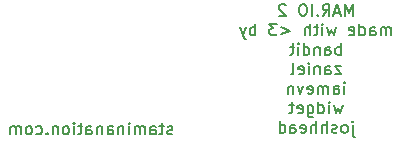
<source format=gbr>
%TF.GenerationSoftware,KiCad,Pcbnew,(5.1.10)-1*%
%TF.CreationDate,2021-05-24T22:58:33-05:00*%
%TF.ProjectId,mario2,6d617269-6f32-42e6-9b69-6361645f7063,rev?*%
%TF.SameCoordinates,Original*%
%TF.FileFunction,Legend,Bot*%
%TF.FilePolarity,Positive*%
%FSLAX46Y46*%
G04 Gerber Fmt 4.6, Leading zero omitted, Abs format (unit mm)*
G04 Created by KiCad (PCBNEW (5.1.10)-1) date 2021-05-24 22:58:33*
%MOMM*%
%LPD*%
G01*
G04 APERTURE LIST*
%ADD10C,0.150000*%
G04 APERTURE END LIST*
D10*
X99590952Y-75334761D02*
X99495714Y-75382380D01*
X99305238Y-75382380D01*
X99210000Y-75334761D01*
X99162380Y-75239523D01*
X99162380Y-75191904D01*
X99210000Y-75096666D01*
X99305238Y-75049047D01*
X99448095Y-75049047D01*
X99543333Y-75001428D01*
X99590952Y-74906190D01*
X99590952Y-74858571D01*
X99543333Y-74763333D01*
X99448095Y-74715714D01*
X99305238Y-74715714D01*
X99210000Y-74763333D01*
X98876666Y-74715714D02*
X98495714Y-74715714D01*
X98733809Y-74382380D02*
X98733809Y-75239523D01*
X98686190Y-75334761D01*
X98590952Y-75382380D01*
X98495714Y-75382380D01*
X97733809Y-75382380D02*
X97733809Y-74858571D01*
X97781428Y-74763333D01*
X97876666Y-74715714D01*
X98067142Y-74715714D01*
X98162380Y-74763333D01*
X97733809Y-75334761D02*
X97829047Y-75382380D01*
X98067142Y-75382380D01*
X98162380Y-75334761D01*
X98210000Y-75239523D01*
X98210000Y-75144285D01*
X98162380Y-75049047D01*
X98067142Y-75001428D01*
X97829047Y-75001428D01*
X97733809Y-74953809D01*
X97257619Y-75382380D02*
X97257619Y-74715714D01*
X97257619Y-74810952D02*
X97210000Y-74763333D01*
X97114761Y-74715714D01*
X96971904Y-74715714D01*
X96876666Y-74763333D01*
X96829047Y-74858571D01*
X96829047Y-75382380D01*
X96829047Y-74858571D02*
X96781428Y-74763333D01*
X96686190Y-74715714D01*
X96543333Y-74715714D01*
X96448095Y-74763333D01*
X96400476Y-74858571D01*
X96400476Y-75382380D01*
X95924285Y-75382380D02*
X95924285Y-74715714D01*
X95924285Y-74382380D02*
X95971904Y-74430000D01*
X95924285Y-74477619D01*
X95876666Y-74430000D01*
X95924285Y-74382380D01*
X95924285Y-74477619D01*
X95448095Y-74715714D02*
X95448095Y-75382380D01*
X95448095Y-74810952D02*
X95400476Y-74763333D01*
X95305238Y-74715714D01*
X95162380Y-74715714D01*
X95067142Y-74763333D01*
X95019523Y-74858571D01*
X95019523Y-75382380D01*
X94114761Y-75382380D02*
X94114761Y-74858571D01*
X94162380Y-74763333D01*
X94257619Y-74715714D01*
X94448095Y-74715714D01*
X94543333Y-74763333D01*
X94114761Y-75334761D02*
X94210000Y-75382380D01*
X94448095Y-75382380D01*
X94543333Y-75334761D01*
X94590952Y-75239523D01*
X94590952Y-75144285D01*
X94543333Y-75049047D01*
X94448095Y-75001428D01*
X94210000Y-75001428D01*
X94114761Y-74953809D01*
X93638571Y-74715714D02*
X93638571Y-75382380D01*
X93638571Y-74810952D02*
X93590952Y-74763333D01*
X93495714Y-74715714D01*
X93352857Y-74715714D01*
X93257619Y-74763333D01*
X93210000Y-74858571D01*
X93210000Y-75382380D01*
X92305238Y-75382380D02*
X92305238Y-74858571D01*
X92352857Y-74763333D01*
X92448095Y-74715714D01*
X92638571Y-74715714D01*
X92733809Y-74763333D01*
X92305238Y-75334761D02*
X92400476Y-75382380D01*
X92638571Y-75382380D01*
X92733809Y-75334761D01*
X92781428Y-75239523D01*
X92781428Y-75144285D01*
X92733809Y-75049047D01*
X92638571Y-75001428D01*
X92400476Y-75001428D01*
X92305238Y-74953809D01*
X91971904Y-74715714D02*
X91590952Y-74715714D01*
X91829047Y-74382380D02*
X91829047Y-75239523D01*
X91781428Y-75334761D01*
X91686190Y-75382380D01*
X91590952Y-75382380D01*
X91257619Y-75382380D02*
X91257619Y-74715714D01*
X91257619Y-74382380D02*
X91305238Y-74430000D01*
X91257619Y-74477619D01*
X91210000Y-74430000D01*
X91257619Y-74382380D01*
X91257619Y-74477619D01*
X90638571Y-75382380D02*
X90733809Y-75334761D01*
X90781428Y-75287142D01*
X90829047Y-75191904D01*
X90829047Y-74906190D01*
X90781428Y-74810952D01*
X90733809Y-74763333D01*
X90638571Y-74715714D01*
X90495714Y-74715714D01*
X90400476Y-74763333D01*
X90352857Y-74810952D01*
X90305238Y-74906190D01*
X90305238Y-75191904D01*
X90352857Y-75287142D01*
X90400476Y-75334761D01*
X90495714Y-75382380D01*
X90638571Y-75382380D01*
X89876666Y-74715714D02*
X89876666Y-75382380D01*
X89876666Y-74810952D02*
X89829047Y-74763333D01*
X89733809Y-74715714D01*
X89590952Y-74715714D01*
X89495714Y-74763333D01*
X89448095Y-74858571D01*
X89448095Y-75382380D01*
X88971904Y-75287142D02*
X88924285Y-75334761D01*
X88971904Y-75382380D01*
X89019523Y-75334761D01*
X88971904Y-75287142D01*
X88971904Y-75382380D01*
X88067142Y-75334761D02*
X88162380Y-75382380D01*
X88352857Y-75382380D01*
X88448095Y-75334761D01*
X88495714Y-75287142D01*
X88543333Y-75191904D01*
X88543333Y-74906190D01*
X88495714Y-74810952D01*
X88448095Y-74763333D01*
X88352857Y-74715714D01*
X88162380Y-74715714D01*
X88067142Y-74763333D01*
X87495714Y-75382380D02*
X87590952Y-75334761D01*
X87638571Y-75287142D01*
X87686190Y-75191904D01*
X87686190Y-74906190D01*
X87638571Y-74810952D01*
X87590952Y-74763333D01*
X87495714Y-74715714D01*
X87352857Y-74715714D01*
X87257619Y-74763333D01*
X87210000Y-74810952D01*
X87162380Y-74906190D01*
X87162380Y-75191904D01*
X87210000Y-75287142D01*
X87257619Y-75334761D01*
X87352857Y-75382380D01*
X87495714Y-75382380D01*
X86733809Y-75382380D02*
X86733809Y-74715714D01*
X86733809Y-74810952D02*
X86686190Y-74763333D01*
X86590952Y-74715714D01*
X86448095Y-74715714D01*
X86352857Y-74763333D01*
X86305238Y-74858571D01*
X86305238Y-75382380D01*
X86305238Y-74858571D02*
X86257619Y-74763333D01*
X86162380Y-74715714D01*
X86019523Y-74715714D01*
X85924285Y-74763333D01*
X85876666Y-74858571D01*
X85876666Y-75382380D01*
X114879047Y-65352380D02*
X114879047Y-64352380D01*
X114545714Y-65066666D01*
X114212380Y-64352380D01*
X114212380Y-65352380D01*
X113783809Y-65066666D02*
X113307619Y-65066666D01*
X113879047Y-65352380D02*
X113545714Y-64352380D01*
X113212380Y-65352380D01*
X112307619Y-65352380D02*
X112640952Y-64876190D01*
X112879047Y-65352380D02*
X112879047Y-64352380D01*
X112498095Y-64352380D01*
X112402857Y-64400000D01*
X112355238Y-64447619D01*
X112307619Y-64542857D01*
X112307619Y-64685714D01*
X112355238Y-64780952D01*
X112402857Y-64828571D01*
X112498095Y-64876190D01*
X112879047Y-64876190D01*
X111879047Y-65257142D02*
X111831428Y-65304761D01*
X111879047Y-65352380D01*
X111926666Y-65304761D01*
X111879047Y-65257142D01*
X111879047Y-65352380D01*
X111402857Y-65352380D02*
X111402857Y-64352380D01*
X110736190Y-64352380D02*
X110545714Y-64352380D01*
X110450476Y-64400000D01*
X110355238Y-64495238D01*
X110307619Y-64685714D01*
X110307619Y-65019047D01*
X110355238Y-65209523D01*
X110450476Y-65304761D01*
X110545714Y-65352380D01*
X110736190Y-65352380D01*
X110831428Y-65304761D01*
X110926666Y-65209523D01*
X110974285Y-65019047D01*
X110974285Y-64685714D01*
X110926666Y-64495238D01*
X110831428Y-64400000D01*
X110736190Y-64352380D01*
X109164761Y-64447619D02*
X109117142Y-64400000D01*
X109021904Y-64352380D01*
X108783809Y-64352380D01*
X108688571Y-64400000D01*
X108640952Y-64447619D01*
X108593333Y-64542857D01*
X108593333Y-64638095D01*
X108640952Y-64780952D01*
X109212380Y-65352380D01*
X108593333Y-65352380D01*
X118093333Y-67002380D02*
X118093333Y-66335714D01*
X118093333Y-66430952D02*
X118045714Y-66383333D01*
X117950476Y-66335714D01*
X117807619Y-66335714D01*
X117712380Y-66383333D01*
X117664761Y-66478571D01*
X117664761Y-67002380D01*
X117664761Y-66478571D02*
X117617142Y-66383333D01*
X117521904Y-66335714D01*
X117379047Y-66335714D01*
X117283809Y-66383333D01*
X117236190Y-66478571D01*
X117236190Y-67002380D01*
X116331428Y-67002380D02*
X116331428Y-66478571D01*
X116379047Y-66383333D01*
X116474285Y-66335714D01*
X116664761Y-66335714D01*
X116760000Y-66383333D01*
X116331428Y-66954761D02*
X116426666Y-67002380D01*
X116664761Y-67002380D01*
X116760000Y-66954761D01*
X116807619Y-66859523D01*
X116807619Y-66764285D01*
X116760000Y-66669047D01*
X116664761Y-66621428D01*
X116426666Y-66621428D01*
X116331428Y-66573809D01*
X115426666Y-67002380D02*
X115426666Y-66002380D01*
X115426666Y-66954761D02*
X115521904Y-67002380D01*
X115712380Y-67002380D01*
X115807619Y-66954761D01*
X115855238Y-66907142D01*
X115902857Y-66811904D01*
X115902857Y-66526190D01*
X115855238Y-66430952D01*
X115807619Y-66383333D01*
X115712380Y-66335714D01*
X115521904Y-66335714D01*
X115426666Y-66383333D01*
X114569523Y-66954761D02*
X114664761Y-67002380D01*
X114855238Y-67002380D01*
X114950476Y-66954761D01*
X114998095Y-66859523D01*
X114998095Y-66478571D01*
X114950476Y-66383333D01*
X114855238Y-66335714D01*
X114664761Y-66335714D01*
X114569523Y-66383333D01*
X114521904Y-66478571D01*
X114521904Y-66573809D01*
X114998095Y-66669047D01*
X113426666Y-66335714D02*
X113236190Y-67002380D01*
X113045714Y-66526190D01*
X112855238Y-67002380D01*
X112664761Y-66335714D01*
X112283809Y-67002380D02*
X112283809Y-66335714D01*
X112283809Y-66002380D02*
X112331428Y-66050000D01*
X112283809Y-66097619D01*
X112236190Y-66050000D01*
X112283809Y-66002380D01*
X112283809Y-66097619D01*
X111950476Y-66335714D02*
X111569523Y-66335714D01*
X111807619Y-66002380D02*
X111807619Y-66859523D01*
X111760000Y-66954761D01*
X111664761Y-67002380D01*
X111569523Y-67002380D01*
X111236190Y-67002380D02*
X111236190Y-66002380D01*
X110807619Y-67002380D02*
X110807619Y-66478571D01*
X110855238Y-66383333D01*
X110950476Y-66335714D01*
X111093333Y-66335714D01*
X111188571Y-66383333D01*
X111236190Y-66430952D01*
X108807619Y-66335714D02*
X109569523Y-66621428D01*
X108807619Y-66907142D01*
X108426666Y-66002380D02*
X107807619Y-66002380D01*
X108140952Y-66383333D01*
X107998095Y-66383333D01*
X107902857Y-66430952D01*
X107855238Y-66478571D01*
X107807619Y-66573809D01*
X107807619Y-66811904D01*
X107855238Y-66907142D01*
X107902857Y-66954761D01*
X107998095Y-67002380D01*
X108283809Y-67002380D01*
X108379047Y-66954761D01*
X108426666Y-66907142D01*
X106617142Y-67002380D02*
X106617142Y-66002380D01*
X106617142Y-66383333D02*
X106521904Y-66335714D01*
X106331428Y-66335714D01*
X106236190Y-66383333D01*
X106188571Y-66430952D01*
X106140952Y-66526190D01*
X106140952Y-66811904D01*
X106188571Y-66907142D01*
X106236190Y-66954761D01*
X106331428Y-67002380D01*
X106521904Y-67002380D01*
X106617142Y-66954761D01*
X105807619Y-66335714D02*
X105569523Y-67002380D01*
X105331428Y-66335714D02*
X105569523Y-67002380D01*
X105664761Y-67240476D01*
X105712380Y-67288095D01*
X105807619Y-67335714D01*
X113855238Y-68652380D02*
X113855238Y-67652380D01*
X113855238Y-68033333D02*
X113760000Y-67985714D01*
X113569523Y-67985714D01*
X113474285Y-68033333D01*
X113426666Y-68080952D01*
X113379047Y-68176190D01*
X113379047Y-68461904D01*
X113426666Y-68557142D01*
X113474285Y-68604761D01*
X113569523Y-68652380D01*
X113760000Y-68652380D01*
X113855238Y-68604761D01*
X112521904Y-68652380D02*
X112521904Y-68128571D01*
X112569523Y-68033333D01*
X112664761Y-67985714D01*
X112855238Y-67985714D01*
X112950476Y-68033333D01*
X112521904Y-68604761D02*
X112617142Y-68652380D01*
X112855238Y-68652380D01*
X112950476Y-68604761D01*
X112998095Y-68509523D01*
X112998095Y-68414285D01*
X112950476Y-68319047D01*
X112855238Y-68271428D01*
X112617142Y-68271428D01*
X112521904Y-68223809D01*
X112045714Y-67985714D02*
X112045714Y-68652380D01*
X112045714Y-68080952D02*
X111998095Y-68033333D01*
X111902857Y-67985714D01*
X111760000Y-67985714D01*
X111664761Y-68033333D01*
X111617142Y-68128571D01*
X111617142Y-68652380D01*
X110712380Y-68652380D02*
X110712380Y-67652380D01*
X110712380Y-68604761D02*
X110807619Y-68652380D01*
X110998095Y-68652380D01*
X111093333Y-68604761D01*
X111140952Y-68557142D01*
X111188571Y-68461904D01*
X111188571Y-68176190D01*
X111140952Y-68080952D01*
X111093333Y-68033333D01*
X110998095Y-67985714D01*
X110807619Y-67985714D01*
X110712380Y-68033333D01*
X110236190Y-68652380D02*
X110236190Y-67985714D01*
X110236190Y-67652380D02*
X110283809Y-67700000D01*
X110236190Y-67747619D01*
X110188571Y-67700000D01*
X110236190Y-67652380D01*
X110236190Y-67747619D01*
X109902857Y-67985714D02*
X109521904Y-67985714D01*
X109760000Y-67652380D02*
X109760000Y-68509523D01*
X109712380Y-68604761D01*
X109617142Y-68652380D01*
X109521904Y-68652380D01*
X113855238Y-69635714D02*
X113331428Y-69635714D01*
X113855238Y-70302380D01*
X113331428Y-70302380D01*
X112521904Y-70302380D02*
X112521904Y-69778571D01*
X112569523Y-69683333D01*
X112664761Y-69635714D01*
X112855238Y-69635714D01*
X112950476Y-69683333D01*
X112521904Y-70254761D02*
X112617142Y-70302380D01*
X112855238Y-70302380D01*
X112950476Y-70254761D01*
X112998095Y-70159523D01*
X112998095Y-70064285D01*
X112950476Y-69969047D01*
X112855238Y-69921428D01*
X112617142Y-69921428D01*
X112521904Y-69873809D01*
X112045714Y-69635714D02*
X112045714Y-70302380D01*
X112045714Y-69730952D02*
X111998095Y-69683333D01*
X111902857Y-69635714D01*
X111760000Y-69635714D01*
X111664761Y-69683333D01*
X111617142Y-69778571D01*
X111617142Y-70302380D01*
X111140952Y-70302380D02*
X111140952Y-69635714D01*
X111140952Y-69302380D02*
X111188571Y-69350000D01*
X111140952Y-69397619D01*
X111093333Y-69350000D01*
X111140952Y-69302380D01*
X111140952Y-69397619D01*
X110283809Y-70254761D02*
X110379047Y-70302380D01*
X110569523Y-70302380D01*
X110664761Y-70254761D01*
X110712380Y-70159523D01*
X110712380Y-69778571D01*
X110664761Y-69683333D01*
X110569523Y-69635714D01*
X110379047Y-69635714D01*
X110283809Y-69683333D01*
X110236190Y-69778571D01*
X110236190Y-69873809D01*
X110712380Y-69969047D01*
X109664761Y-70302380D02*
X109760000Y-70254761D01*
X109807619Y-70159523D01*
X109807619Y-69302380D01*
X114140952Y-71952380D02*
X114140952Y-71285714D01*
X114140952Y-70952380D02*
X114188571Y-71000000D01*
X114140952Y-71047619D01*
X114093333Y-71000000D01*
X114140952Y-70952380D01*
X114140952Y-71047619D01*
X113236190Y-71952380D02*
X113236190Y-71428571D01*
X113283809Y-71333333D01*
X113379047Y-71285714D01*
X113569523Y-71285714D01*
X113664761Y-71333333D01*
X113236190Y-71904761D02*
X113331428Y-71952380D01*
X113569523Y-71952380D01*
X113664761Y-71904761D01*
X113712380Y-71809523D01*
X113712380Y-71714285D01*
X113664761Y-71619047D01*
X113569523Y-71571428D01*
X113331428Y-71571428D01*
X113236190Y-71523809D01*
X112760000Y-71952380D02*
X112760000Y-71285714D01*
X112760000Y-71380952D02*
X112712380Y-71333333D01*
X112617142Y-71285714D01*
X112474285Y-71285714D01*
X112379047Y-71333333D01*
X112331428Y-71428571D01*
X112331428Y-71952380D01*
X112331428Y-71428571D02*
X112283809Y-71333333D01*
X112188571Y-71285714D01*
X112045714Y-71285714D01*
X111950476Y-71333333D01*
X111902857Y-71428571D01*
X111902857Y-71952380D01*
X111045714Y-71904761D02*
X111140952Y-71952380D01*
X111331428Y-71952380D01*
X111426666Y-71904761D01*
X111474285Y-71809523D01*
X111474285Y-71428571D01*
X111426666Y-71333333D01*
X111331428Y-71285714D01*
X111140952Y-71285714D01*
X111045714Y-71333333D01*
X110998095Y-71428571D01*
X110998095Y-71523809D01*
X111474285Y-71619047D01*
X110664761Y-71285714D02*
X110426666Y-71952380D01*
X110188571Y-71285714D01*
X109807619Y-71285714D02*
X109807619Y-71952380D01*
X109807619Y-71380952D02*
X109760000Y-71333333D01*
X109664761Y-71285714D01*
X109521904Y-71285714D01*
X109426666Y-71333333D01*
X109379047Y-71428571D01*
X109379047Y-71952380D01*
X113998095Y-72935714D02*
X113807619Y-73602380D01*
X113617142Y-73126190D01*
X113426666Y-73602380D01*
X113236190Y-72935714D01*
X112855238Y-73602380D02*
X112855238Y-72935714D01*
X112855238Y-72602380D02*
X112902857Y-72650000D01*
X112855238Y-72697619D01*
X112807619Y-72650000D01*
X112855238Y-72602380D01*
X112855238Y-72697619D01*
X111950476Y-73602380D02*
X111950476Y-72602380D01*
X111950476Y-73554761D02*
X112045714Y-73602380D01*
X112236190Y-73602380D01*
X112331428Y-73554761D01*
X112379047Y-73507142D01*
X112426666Y-73411904D01*
X112426666Y-73126190D01*
X112379047Y-73030952D01*
X112331428Y-72983333D01*
X112236190Y-72935714D01*
X112045714Y-72935714D01*
X111950476Y-72983333D01*
X111045714Y-72935714D02*
X111045714Y-73745238D01*
X111093333Y-73840476D01*
X111140952Y-73888095D01*
X111236190Y-73935714D01*
X111379047Y-73935714D01*
X111474285Y-73888095D01*
X111045714Y-73554761D02*
X111140952Y-73602380D01*
X111331428Y-73602380D01*
X111426666Y-73554761D01*
X111474285Y-73507142D01*
X111521904Y-73411904D01*
X111521904Y-73126190D01*
X111474285Y-73030952D01*
X111426666Y-72983333D01*
X111331428Y-72935714D01*
X111140952Y-72935714D01*
X111045714Y-72983333D01*
X110188571Y-73554761D02*
X110283809Y-73602380D01*
X110474285Y-73602380D01*
X110569523Y-73554761D01*
X110617142Y-73459523D01*
X110617142Y-73078571D01*
X110569523Y-72983333D01*
X110474285Y-72935714D01*
X110283809Y-72935714D01*
X110188571Y-72983333D01*
X110140952Y-73078571D01*
X110140952Y-73173809D01*
X110617142Y-73269047D01*
X109855238Y-72935714D02*
X109474285Y-72935714D01*
X109712380Y-72602380D02*
X109712380Y-73459523D01*
X109664761Y-73554761D01*
X109569523Y-73602380D01*
X109474285Y-73602380D01*
X114855238Y-74585714D02*
X114855238Y-75442857D01*
X114902857Y-75538095D01*
X114998095Y-75585714D01*
X115045714Y-75585714D01*
X114855238Y-74252380D02*
X114902857Y-74300000D01*
X114855238Y-74347619D01*
X114807619Y-74300000D01*
X114855238Y-74252380D01*
X114855238Y-74347619D01*
X114236190Y-75252380D02*
X114331428Y-75204761D01*
X114379047Y-75157142D01*
X114426666Y-75061904D01*
X114426666Y-74776190D01*
X114379047Y-74680952D01*
X114331428Y-74633333D01*
X114236190Y-74585714D01*
X114093333Y-74585714D01*
X113998095Y-74633333D01*
X113950476Y-74680952D01*
X113902857Y-74776190D01*
X113902857Y-75061904D01*
X113950476Y-75157142D01*
X113998095Y-75204761D01*
X114093333Y-75252380D01*
X114236190Y-75252380D01*
X113521904Y-75204761D02*
X113426666Y-75252380D01*
X113236190Y-75252380D01*
X113140952Y-75204761D01*
X113093333Y-75109523D01*
X113093333Y-75061904D01*
X113140952Y-74966666D01*
X113236190Y-74919047D01*
X113379047Y-74919047D01*
X113474285Y-74871428D01*
X113521904Y-74776190D01*
X113521904Y-74728571D01*
X113474285Y-74633333D01*
X113379047Y-74585714D01*
X113236190Y-74585714D01*
X113140952Y-74633333D01*
X112664761Y-75252380D02*
X112664761Y-74252380D01*
X112236190Y-75252380D02*
X112236190Y-74728571D01*
X112283809Y-74633333D01*
X112379047Y-74585714D01*
X112521904Y-74585714D01*
X112617142Y-74633333D01*
X112664761Y-74680952D01*
X111760000Y-75252380D02*
X111760000Y-74252380D01*
X111331428Y-75252380D02*
X111331428Y-74728571D01*
X111379047Y-74633333D01*
X111474285Y-74585714D01*
X111617142Y-74585714D01*
X111712380Y-74633333D01*
X111760000Y-74680952D01*
X110474285Y-75204761D02*
X110569523Y-75252380D01*
X110760000Y-75252380D01*
X110855238Y-75204761D01*
X110902857Y-75109523D01*
X110902857Y-74728571D01*
X110855238Y-74633333D01*
X110760000Y-74585714D01*
X110569523Y-74585714D01*
X110474285Y-74633333D01*
X110426666Y-74728571D01*
X110426666Y-74823809D01*
X110902857Y-74919047D01*
X109569523Y-75252380D02*
X109569523Y-74728571D01*
X109617142Y-74633333D01*
X109712380Y-74585714D01*
X109902857Y-74585714D01*
X109998095Y-74633333D01*
X109569523Y-75204761D02*
X109664761Y-75252380D01*
X109902857Y-75252380D01*
X109998095Y-75204761D01*
X110045714Y-75109523D01*
X110045714Y-75014285D01*
X109998095Y-74919047D01*
X109902857Y-74871428D01*
X109664761Y-74871428D01*
X109569523Y-74823809D01*
X108664761Y-75252380D02*
X108664761Y-74252380D01*
X108664761Y-75204761D02*
X108760000Y-75252380D01*
X108950476Y-75252380D01*
X109045714Y-75204761D01*
X109093333Y-75157142D01*
X109140952Y-75061904D01*
X109140952Y-74776190D01*
X109093333Y-74680952D01*
X109045714Y-74633333D01*
X108950476Y-74585714D01*
X108760000Y-74585714D01*
X108664761Y-74633333D01*
M02*

</source>
